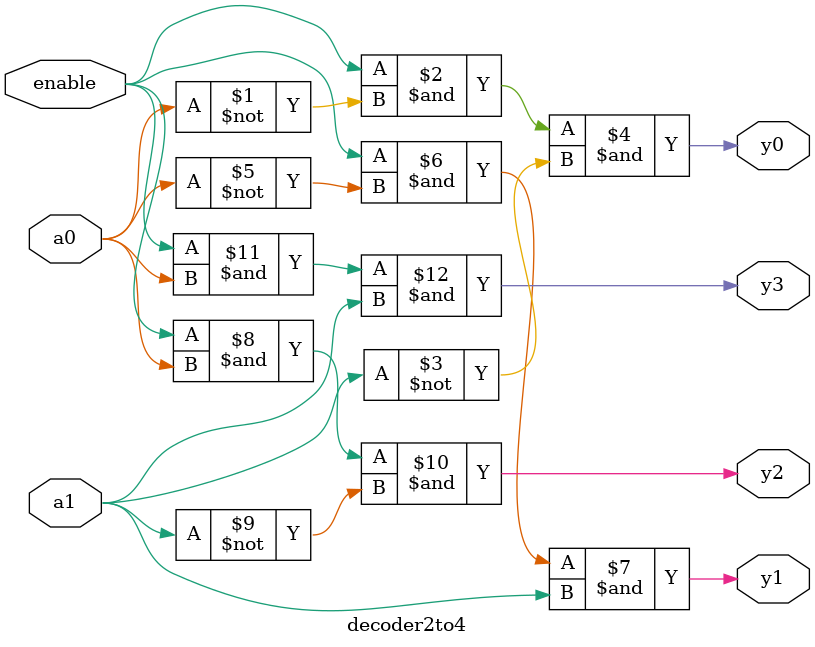
<source format=sv>
`timescale 1ns / 1ps

module decoder2to4(
    input a0,
    input a1,
    input enable,
    output y0,
    output y1,
    output y2,
    output y3
    );
    assign y0 = enable & ~a0 & ~a1;
    assign y1 = enable & ~a0 & a1;
    assign y2 = enable & a0 & ~a1;
    assign y3 = enable & a0 & a1;
endmodule

</source>
